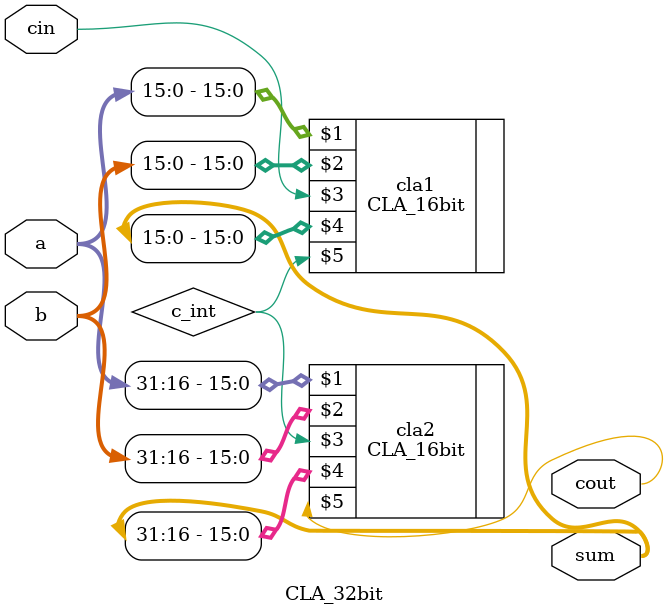
<source format=v>

module CLA_32bit(a,b,cin,sum,cout);

//declaring input and output variables
input [31:0]a,b;
input cin;
output [31:0]sum;
output cout;

//wire for intermediate carry
wire c_int;

//instantiating 
CLA_16bit cla1(a[15:0],b[15:0],cin,sum[15:0],c_int);
CLA_16bit cla2(a[31:16],b[31:16],c_int,sum[31:16],cout);

endmodule

</source>
